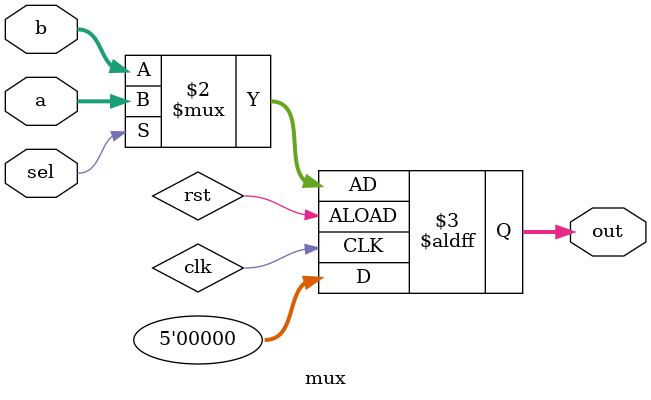
<source format=v>
module mux( 
input [4:0] a, b,
input sel,
output [4:0] out );
// When sel=0, assign a to out. 
// When sel=1, assign b to out.
always @(posedge clk or negedge rst) begin
  if (rst) begin
    out <= 0;
  end
  else begin
    out <= sel ? a : b;
  end
end

endmodule

</source>
